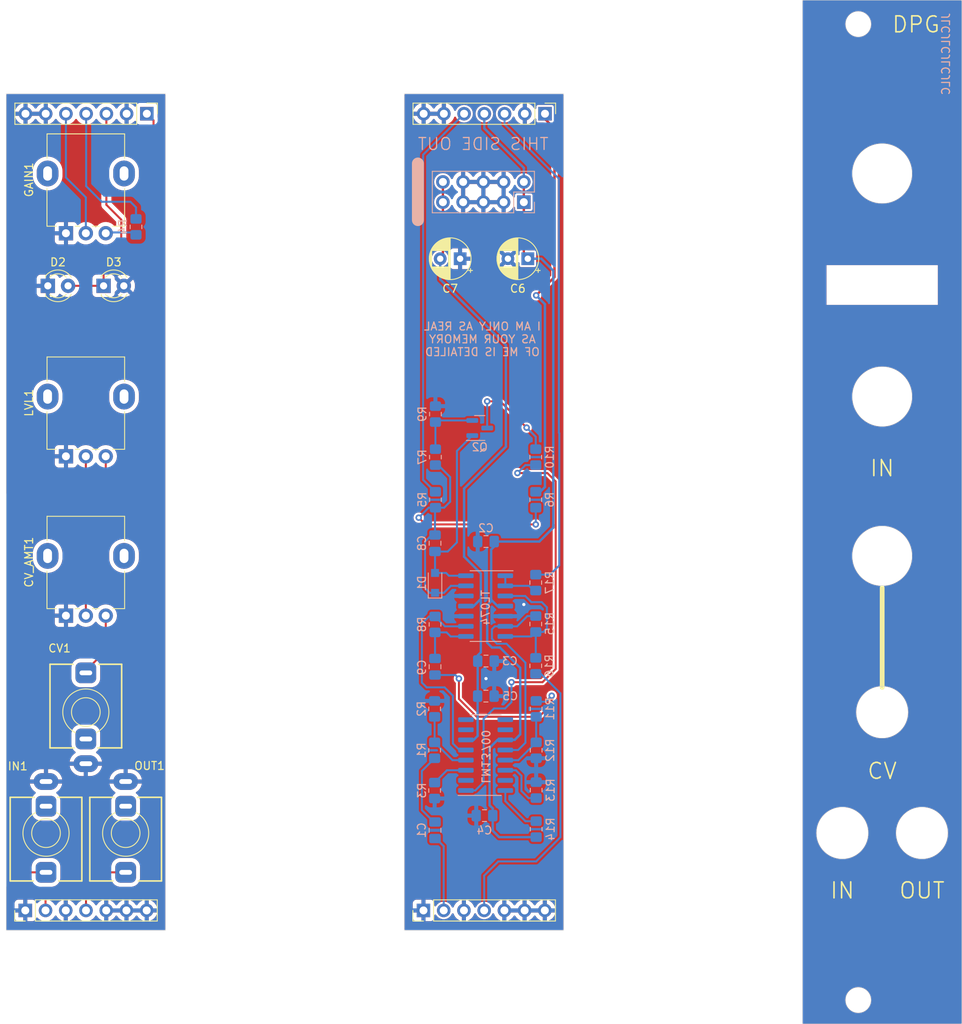
<source format=kicad_pcb>
(kicad_pcb (version 20221018) (generator pcbnew)
  (layers (0 "F.Cu" signal) (31 "B.Cu" signal) (34 "B.Paste" user) (35 "F.Paste" user) (36 "B.SilkS" user "B.Silkscreen") (37 "F.SilkS" user "F.Silkscreen") (38 "B.Mask" user) (39 "F.Mask" user) (44 "Edge.Cuts" user))
  (net 0 "")
  (net 1 "Net-(C1-Pad1)")
  (net 2 "GND")
  (net 3 "-12V")
  (net 4 "Net-(D1-A)")
  (net 5 "Net-(D1-K)")
  (net 6 "Net-(C9-Pad2)")
  (net 7 "Net-(C9-Pad1)")
  (net 8 "Net-(Q2-E)")
  (net 9 "Net-(Q2-C)")
  (net 10 "Net-(U1C--)")
  (net 11 "Net-(U1C-+)")
  (net 12 "GAIN")
  (net 13 "Net-(U2C--)")
  (net 14 "Net-(U1A--)")
  (net 15 "Net-(R14-Pad2)")
  (net 16 "Net-(U1A-+)")
  (net 17 "Net-(U2B--)")
  (net 18 "Net-(U2A-+)")
  (net 19 "Net-(U2A--)")
  (net 20 "Net-(CV1-PadT)")
  (net 21 "Net-(IN1-PadT)")
  (net 22 "B_IN")
  (net 23 "P_GND")
  (net 24 "P_CV")
  (net 25 "P_LED")
  (net 26 "P_GAIN")
  (net 27 "P_12V")
  (net 28 "P_OUT")
  (net 29 "P_IN")
  (net 30 "B_LED")
  (net 31 "B_OUT")
  (net 32 "B_CV")
  (net 33 "B_GAIN")
  (net 34 "B_12V")
  (net 36 "Net-(GAIN1-Pad3)")
  (footprint "Capacitor_THT:CP_Radial_D5.0mm_P2.50mm" (layer "F.Cu") (at 115.5 70.7 180)
    (fp_text reference "C6")
    (fp_text value "10u")
  )
  (footprint "Capacitor_THT:CP_Radial_D5.0mm_P2.50mm" (layer "F.Cu") (at 107 70.7 180)
    (fp_text reference "C7")
    (fp_text value "10u")
  )
  (footprint "Potentiometer_THT:Potentiometer_Alpha_RD901F-40-00D_Single_Vertical" (layer "F.Cu") (at 57.5 115.5 90)
    (fp_text reference "CV_AMT1")
    (fp_text value "B100k")
  )
  (footprint "LED_THT:LED_D3.0mm" (layer "F.Cu") (at 55.23 74.1)
    (fp_text reference "D2")
    (fp_text value "LED")
  )
  (footprint "LED_THT:LED_D3.0mm" (layer "F.Cu") (at 62.23 74.1)
    (fp_text reference "D3")
    (fp_text value "LED")
  )
  (footprint "Potentiometer_THT:Potentiometer_Alpha_RD901F-40-00D_Single_Vertical" (layer "F.Cu") (at 57.5 67.5 90)
    (fp_text reference "GAIN1")
    (fp_text value "B100k")
  )
  (footprint "Thonk Jacks:Jack_3.5mm_QingPu_WQP-PJ366ST_Vertical" (layer "F.Cu") (at 55 142.8 180)
    (fp_text reference "IN1")
    (fp_text value "IN")
  )
  (footprint "Thonk Jacks:Jack_3.5mm_QingPu_WQP-PJ366ST_Vertical" (layer "F.Cu") (at 60 127.6)
    (fp_text reference "CV1")
    (fp_text value "CV")
  )
  (footprint "Thonk Jacks:Jack_3.5mm_QingPu_WQP-PJ366ST_Vertical" (layer "F.Cu") (at 65 142.8 180)
    (fp_text reference "OUT1")
    (fp_text value "OUT")
  )
  (footprint "Potentiometer_THT:Potentiometer_Alpha_RD901F-40-00D_Single_Vertical" (layer "F.Cu") (at 57.5 95.5 90)
    (fp_text reference "LVL1")
    (fp_text value "A100k")
  )
  (footprint "Connector_PinHeader_2.54mm:PinHeader_1x07_P2.54mm_Vertical" (layer "F.Cu") (at 117.66 52.5 -90)
    (fp_text reference "J2")
    (fp_text value "Conn_01x07_Female")
  )
  (footprint "Connector_PinHeader_2.54mm:PinHeader_1x07_P2.54mm_Vertical" (layer "F.Cu") (at 52.4 152.5 90)
    (fp_text reference "J3")
    (fp_text value "Conn_01x07_Male")
  )
  (footprint "Connector_PinHeader_2.54mm:PinHeader_1x07_P2.54mm_Vertical" (layer "F.Cu") (at 102.4 152.5 90)
    (fp_text reference "J5")
    (fp_text value "Conn_01x07_Female")
  )
  (footprint "Connector_PinHeader_2.54mm:PinHeader_1x07_P2.54mm_Vertical" (layer "F.Cu") (at 67.66 52.5 -90)
    (fp_text reference "J1")
    (fp_text value "Conn_01x07_Male")
  )
  (footprint "Capacitor_SMD:C_0805_2012Metric_Pad1.18x1.45mm_HandSolder" (layer "B.Cu") (at 103.85 142.4375 -90)
    (fp_text reference "C1")
    (fp_text value "220n")
  )
  (footprint "Capacitor_SMD:C_0805_2012Metric_Pad1.18x1.45mm_HandSolder" (layer "B.Cu") (at 110.25 106.2 180)
    (fp_text reference "C2")
    (fp_text value "100n")
  )
  (footprint "Capacitor_SMD:C_0805_2012Metric_Pad1.18x1.45mm_HandSolder" (layer "B.Cu") (at 110.25 121.2 180)
    (fp_text reference "C3")
    (fp_text value "100n")
  )
  (footprint "Capacitor_SMD:C_0805_2012Metric_Pad1.18x1.45mm_HandSolder" (layer "B.Cu") (at 110.0625 140.6 180)
    (fp_text reference "C4")
    (fp_text value "100n")
  )
  (footprint "Capacitor_SMD:C_0805_2012Metric_Pad1.18x1.45mm_HandSolder" (layer "B.Cu") (at 110.2375 125.6 180)
    (fp_text reference "C5")
    (fp_text value "100n")
  )
  (footprint "Capacitor_SMD:C_0805_2012Metric_Pad1.18x1.45mm_HandSolder" (layer "B.Cu") (at 103.85 106.4125 90)
    (fp_text reference "C8")
    (fp_text value "1n")
  )
  (footprint "Capacitor_SMD:C_0805_2012Metric_Pad1.18x1.45mm_HandSolder" (layer "B.Cu") (at 103.85 121.9125 90)
    (fp_text reference "C9")
    (fp_text value "220n")
  )
  (footprint "Diode_SMD:D_SOD-323_HandSoldering" (layer "B.Cu") (at 103.85 111.3875 90)
    (fp_text reference "D1")
    (fp_text value "D")
  )
  (footprint "Resistor_SMD:R_0805_2012Metric_Pad1.20x1.40mm_HandSolder" (layer "B.Cu") (at 103.8 132.4 -90)
    (fp_text reference "R1")
    (fp_text value "100k")
  )
  (footprint "Resistor_SMD:R_0805_2012Metric_Pad1.20x1.40mm_HandSolder" (layer "B.Cu") (at 103.8 127.2 -90)
    (fp_text reference "R2")
    (fp_text value "1k")
  )
  (footprint "Resistor_SMD:R_0805_2012Metric_Pad1.20x1.40mm_HandSolder" (layer "B.Cu") (at 103.8 137.45 90)
    (fp_text reference "R3")
    (fp_text value "1k")
  )
  (footprint "Resistor_SMD:R_0805_2012Metric_Pad1.20x1.40mm_HandSolder" (layer "B.Cu") (at 66.3 66.7 -90)
    (fp_text reference "R4")
    (fp_text value "120k")
  )
  (footprint "Resistor_SMD:R_0805_2012Metric_Pad1.20x1.40mm_HandSolder" (layer "B.Cu") (at 103.9 100.95 90)
    (fp_text reference "R5")
    (fp_text value "300k")
  )
  (footprint "Resistor_SMD:R_0805_2012Metric_Pad1.20x1.40mm_HandSolder" (layer "B.Cu") (at 116.5 100.95 90)
    (fp_text reference "R6")
    (fp_text value "300k")
  )
  (footprint "Resistor_SMD:R_0805_2012Metric_Pad1.20x1.40mm_HandSolder" (layer "B.Cu") (at 103.9 95.6 -90)
    (fp_text reference "R7")
    (fp_text value "33k")
  )
  (footprint "Resistor_SMD:R_0805_2012Metric_Pad1.20x1.40mm_HandSolder" (layer "B.Cu") (at 103.85 116.6 -90)
    (fp_text reference "R8")
    (fp_text value "15k")
  )
  (footprint "Resistor_SMD:R_0805_2012Metric_Pad1.20x1.40mm_HandSolder" (layer "B.Cu") (at 103.9 90.2 -90)
    (fp_text reference "R9")
    (fp_text value "1k")
  )
  (footprint "Resistor_SMD:R_0805_2012Metric_Pad1.20x1.40mm_HandSolder" (layer "B.Cu") (at 116.5 95.6 90)
    (fp_text reference "R10")
    (fp_text value "6k8")
  )
  (footprint "Resistor_SMD:R_0805_2012Metric_Pad1.20x1.40mm_HandSolder" (layer "B.Cu") (at 116.55 127.2 90)
    (fp_text reference "R11")
    (fp_text value "470k")
  )
  (footprint "Resistor_SMD:R_0805_2012Metric_Pad1.20x1.40mm_HandSolder" (layer "B.Cu") (at 116.55 132.4 90)
    (fp_text reference "R12")
    (fp_text value "47k")
  )
  (footprint "Resistor_SMD:R_0805_2012Metric_Pad1.20x1.40mm_HandSolder" (layer "B.Cu") (at 116.55 137.4 -90)
    (fp_text reference "R13")
    (fp_text value "47k")
  )
  (footprint "Resistor_SMD:R_0805_2012Metric_Pad1.20x1.40mm_HandSolder" (layer "B.Cu") (at 116.55 142.3 90)
    (fp_text reference "R14")
    (fp_text value "470k")
  )
  (footprint "Resistor_SMD:R_0805_2012Metric_Pad1.20x1.40mm_HandSolder" (layer "B.Cu") (at 116.5 116.55 -90)
    (fp_text reference "R15")
    (fp_text value "100k")
  )
  (footprint "Resistor_SMD:R_0805_2012Metric_Pad1.20x1.40mm_HandSolder" (layer "B.Cu") (at 116.5 121.8 90)
    (fp_text reference "R16")
    (fp_text value "1k")
  )
  (footprint "Resistor_SMD:R_0805_2012Metric_Pad1.20x1.40mm_HandSolder" (layer "B.Cu") (at 116.5 111.35 90)
    (fp_text reference "R17")
    (fp_text value "2k")
  )
  (footprint "Package_SO:SOIC-16_3.9x9.9mm_P1.27mm" (layer "B.Cu") (at 110.2 133)
    (fp_text reference "U1")
    (fp_text value "LM13700")
  )
  (footprint "Package_SO:SOIC-14_3.9x8.7mm_P1.27mm" (layer "B.Cu") (at 110.2 114.3 180)
    (fp_text reference "U2")
    (fp_text value "TL074")
  )
  (footprint "Connector_PinHeader_2.54mm:PinHeader_2x05_P2.54mm_Vertical" (layer "B.Cu") (at 115 63.6 90)
    (fp_text reference "J4")
    (fp_text value "Conn_02x05_Odd_Even")
  )
  (footprint "Package_TO_SOT_SMD:SOT-23" (layer "B.Cu") (at 109.4625 91.95)
    (fp_text reference "Q2")
    (fp_text value "MMBT3906")
  )
  (gr_line (start 101.7 58.75) (end 101.7 65.85) (stroke (width 1.5)) (layer "B.SilkS"))
  (gr_line (start 160 124.5) (end 160 112) (stroke (width 0.6)) (layer "F.SilkS"))
  (gr_line (start 50 155) (end 50 50) (stroke (width 0.05)) (layer "Edge.Cuts"))
  (gr_line (start 120 155) (end 100 155) (stroke (width 0.05)) (layer "Edge.Cuts"))
  (gr_line (start 100 155) (end 100 50) (stroke (width 0.05)) (layer "Edge.Cuts"))
  (gr_line (start 120 50) (end 120 155) (stroke (width 0.05)) (layer "Edge.Cuts"))
  (gr_line (start 100 50) (end 120 50) (stroke (width 0.05)) (layer "Edge.Cuts"))
  (gr_circle (center 160 88) (end 163.75 88) (stroke (width 0.05)) (fill none) (layer "Edge.Cuts"))
  (gr_line (start 170 166.75) (end 150 166.75) (stroke (width 0.05)) (layer "Edge.Cuts"))
  (gr_circle (center 157 41.25) (end 158.6 41.25) (stroke (width 0.05)) (fill none) (layer "Edge.Cuts"))
  (gr_line (start 150 38.25) (end 170 38.25) (stroke (width 0.05)) (layer "Edge.Cuts"))
  (gr_line (start 70 155) (end 50 155) (stroke (width 0.05)) (layer "Edge.Cuts"))
  (gr_circle (center 160 127.62) (end 163.25 127.62) (stroke (width 0.05)) (fill none) (layer "Edge.Cuts"))
  (gr_line (start 70 50) (end 70 155) (stroke (width 0.05)) (layer "Edge.Cuts"))
  (gr_line (start 170 38.25) (end 170 166.75) (stroke (width 0.05)) (layer "Edge.Cuts"))
  (gr_circle (center 160 108) (end 163.75 108) (stroke (width 0.05)) (fill none) (layer "Edge.Cuts"))
  (gr_circle (center 155 142.78) (end 158.25 142.78) (stroke (width 0.05)) (fill none) (layer "Edge.Cuts"))
  (gr_circle (center 157 163.75) (end 158.6 163.75) (stroke (width 0.05)) (fill none) (layer "Edge.Cuts"))
  (gr_circle (center 165 142.78) (end 168.25 142.78) (stroke (width 0.05)) (fill none) (layer "Edge.Cuts"))
  (gr_line (start 150 166.75) (end 150 38.25) (stroke (width 0.05)) (layer "Edge.Cuts"))
  (gr_line (start 50 50) (end 70 50) (stroke (width 0.05)) (layer "Edge.Cuts"))
  (gr_circle (center 160 60) (end 163.75 60) (stroke (width 0.05)) (fill none) (layer "Edge.Cuts"))
  (gr_text "THIS SIDE OUT" (at 109.9 56.3) (layer "B.SilkS") (effects (font (size 1.5 1.5)) (justify mirror)))
  (gr_text "I AM ONLY AS REAL\nAS YOUR MEMORY\nOF ME IS DETAILED" (at 109.8 80.8) (layer "B.SilkS") (effects (font (size 1 1)) (justify mirror)))
  (gr_text "JLCJLCJLCJLC" (at 168 45 90) (layer "B.SilkS") (effects (font (size 1 1)) (justify mirror)))
  (gr_text "DPG" (at 164.25 41.3) (layer "F.SilkS") (effects (font (size 2 2) (thickness 0.2))))
  (gr_text "IN" (at 155 150) (layer "F.SilkS") (effects (font (size 2 2) (thickness 0.2))))
  (gr_text "CV" (at 160 135) (layer "F.SilkS") (effects (font (size 2 2) (thickness 0.2))))
  (gr_text "OUT" (at 165 150) (layer "F.SilkS") (effects (font (size 2 2) (thickness 0.2))))
  (gr_text "IN" (at 160 97) (layer "F.SilkS") (effects (font (size 2 2) (thickness 0.2))))
  (segment (start 102.2 139.9) (end 102.2 135) (width 0.25) (layer "B.Cu") (net 1))
  (segment (start 102.2 135) (end 103.8 133.4) (width 0.25) (layer "B.Cu") (net 1))
  (segment (start 103.85 141.4) (end 103.7 141.4) (width 0.25) (layer "B.Cu") (net 1))
  (segment (start 103.7 141.4) (end 102.2 139.9) (width 0.25) (layer "B.Cu") (net 1))
  (via (at 115 114.1) (size 0.8) (drill 0.4) (layers "F.Cu" "B.Cu") (net 2))
  (via (at 110.25 123.4) (size 0.8) (drill 0.4) (layers "F.Cu" "B.Cu") (net 2))
  (segment (start 104.84 61.06) (end 104.84 63.6) (width 0.3) (layer "F.Cu") (net 3))
  (segment (start 104.84 70.36) (end 104.5 70.7) (width 0.3) (layer "F.Cu") (net 3))
  (segment (start 104.84 63.6) (end 104.84 70.36) (width 0.3) (layer "F.Cu") (net 3))
  (segment (start 108.7 131.095) (end 107.725 131.095) (width 0.3) (layer "B.Cu") (net 3))
  (segment (start 107.5 99.55) (end 107.5 108.1) (width 0.3) (layer "B.Cu") (net 3))
  (segment (start 109.2125 121.2) (end 109.2125 125.5875) (width 0.3) (layer "B.Cu") (net 3))
  (segment (start 112.75 94.3) (end 107.5 99.55) (width 0.3) (layer "B.Cu") (net 3))
  (segment (start 109.2125 125.5875) (end 109.2 125.6) (width 0.3) (layer "B.Cu") (net 3))
  (segment (start 104.5 70.7) (end 104.5 73.3) (width 0.3) (layer "B.Cu") (net 3))
  (segment (start 112.75 81.55) (end 112.75 94.3) (width 0.3) (layer "B.Cu") (net 3))
  (segment (start 109.2 125.6) (end 109.2 130.595) (width 0.3) (layer "B.Cu") (net 3))
  (segment (start 109.2 130.595) (end 108.7 131.095) (width 0.3) (layer "B.Cu") (net 3))
  (segment (start 109.2125 121.2) (end 109.2125 120.4875) (width 0.3) (layer "B.Cu") (net 3))
  (segment (start 109.6 113.4) (end 108.7 114.3) (width 0.3) (layer "B.Cu") (net 3))
  (segment (start 109.6 110.2) (end 109.6 113.4) (width 0.3) (layer "B.Cu") (net 3))
  (segment (start 109.2125 120.4875) (end 109.6 120.1) (width 0.3) (layer "B.Cu") (net 3))
  (segment (start 107.5 108.1) (end 109.6 110.2) (width 0.3) (layer "B.Cu") (net 3))
  (segment (start 104.5 73.3) (end 112.75 81.55) (width 0.3) (layer "B.Cu") (net 3))
  (segment (start 109.6 120.1) (end 109.6 113.4) (width 0.3) (layer "B.Cu") (net 3))
  (segment (start 108.7 114.3) (end 107.725 114.3) (width 0.3) (layer "B.Cu") (net 3))
  (segment (start 105.2375 110.1375) (end 103.85 110.1375) (width 0.25) (layer "B.Cu") (net 4))
  (segment (start 103.85 110.425) (end 103.85 107.45) (width 0.25) (layer "B.Cu") (net 4))
  (segment (start 106.6 106.3) (end 105.45 107.45) (width 0.25) (layer "B.Cu") (net 4))
  (segment (start 105.59 110.49) (end 105.2375 110.1375) (width 0.25) (layer "B.Cu") (net 4))
  (segment (start 107.725 110.49) (end 105.59 110.49) (width 0.25) (layer "B.Cu") (net 4))
  (segment (start 103.915 110.49) (end 103.85 110.425) (width 0.25) (layer "B.Cu") (net 4))
  (segment (start 108.525 92.9) (end 106.6 94.825) (width 0.25) (layer "B.Cu") (net 4))
  (segment (start 106.6 94.825) (end 106.6 106.3) (width 0.25) (layer "B.Cu") (net 4))
  (segment (start 105.45 107.45) (end 103.85 107.45) (width 0.25) (layer "B.Cu") (net 4))
  (segment (start 102.65 104.05) (end 101.8 103.2) (width 0.25) (layer "F.Cu") (net 5))
  (segment (start 116.5 104.05) (end 102.65 104.05) (width 0.25) (layer "F.Cu") (net 5))
  (via (at 101.8 103.2) (size 0.8) (drill 0.4) (layers "F.Cu" "B.Cu") (net 5))
  (via (at 116.5 104.05) (size 0.8) (drill 0.4) (layers "F.Cu" "B.Cu") (net 5))
  (segment (start 101.8 103.2) (end 101.8 103.2) (width 0.25) (layer "B.Cu") (net 5))
  (segment (start 116.5 104.05) (end 116.5 104.05) (width 0.25) (layer "B.Cu") (net 5))
  (segment (start 103.9 101.95) (end 103.05 101.95) (width 0.25) (layer "B.Cu") (net 5))
  (segment (start 116.5 101.95) (end 116.5 104.05) (width 0.25) (layer "B.Cu") (net 5))
  (segment (start 102.6 106.2) (end 102.6 112.05) (width 0.25) (layer "B.Cu") (net 5))
  (segment (start 103.85 112.6375) (end 104.9625 112.6375) (width 0.25) (layer "B.Cu") (net 5))
  (segment (start 103.1875 112.6375) (end 103.85 112.6375) (width 0.25) (layer "B.Cu") (net 5))
  (segment (start 103.9 96.6) (end 104.25 96.6) (width 0.25) (layer "B.Cu") (net 5))
  (segment (start 103.05 101.95) (end 101.8 103.2) (width 0.25) (layer "B.Cu") (net 5))
  (segment (start 104.9625 112.6375) (end 105.84 111.76) (width 0.25) (layer "B.Cu") (net 5))
  (segment (start 103.425 105.375) (end 102.6 106.2) (width 0.25) (layer "B.Cu") (net 5))
  (segment (start 105.84 111.76) (end 107.725 111.76) (width 0.25) (layer "B.Cu") (net 5))
  (segment (start 105.75 101.2) (end 105 101.95) (width 0.25) (layer "B.Cu") (net 5))
  (segment (start 105.75 98.1) (end 105.75 101.2) (width 0.25) (layer "B.Cu") (net 5))
  (segment (start 104.25 96.6) (end 105.75 98.1) (width 0.25) (layer "B.Cu") (net 5))
  (segment (start 103.85 102) (end 103.9 101.95) (width 0.25) (layer "B.Cu") (net 5))
  (segment (start 105 101.95) (end 103.9 101.95) (width 0.25) (layer "B.Cu") (net 5))
  (segment (start 103.85 105.375) (end 103.85 102) (width 0.25) (layer "B.Cu") (net 5))
  (segment (start 102.6 112.05) (end 103.1875 112.6375) (width 0.25) (layer "B.Cu") (net 5))
  (segment (start 103.85 105.375) (end 103.425 105.375) (width 0.25) (layer "B.Cu") (net 5))
  (segment (start 105.81 118.11) (end 105.3 117.6) (width 0.25) (layer "B.Cu") (net 6))
  (segment (start 107.725 118.11) (end 105.81 118.11) (width 0.25) (layer "B.Cu") (net 6))
  (segment (start 103.85 117.6) (end 103.85 120.875) (width 0.25) (layer "B.Cu") (net 6))
  (segment (start 105.3 117.6) (end 103.85 117.6) (width 0.25) (layer "B.Cu") (net 6))
  (segment (start 116.9 128.2) (end 109.1 128.2) (width 0.25) (layer "F.Cu") (net 7))
  (segment (start 109.1 128.2) (end 106.85 125.95) (width 0.25) (layer "F.Cu") (net 7))
  (segment (start 118.5 126.6) (end 116.9 128.2) (width 0.25) (layer "F.Cu") (net 7))
  (segment (start 106.85 125.95) (end 106.85 123.4) (width 0.25) (layer "F.Cu") (net 7))
  (segment (start 118.5 125.55) (end 118.5 126.6) (width 0.25) (layer "F.Cu") (net 7))
  (via (at 106.85 123.4) (size 0.8) (drill 0.4) (layers "F.Cu" "B.Cu") (net 7))
  (via (at 118.5 125.55) (size 0.8) (drill 0.4) (layers "F.Cu" "B.Cu") (net 7))
  (segment (start 106.85 123.4) (end 106.85 123.4) (width 0.25) (layer "B.Cu") (net 7))
  (segment (start 103.85 122.95) (end 106.4 122.95) (width 0.25) (layer "B.Cu") (net 7))
  (segment (start 106.4 122.95) (end 106.85 123.4) (width 0.25) (layer "B.Cu") (net 7))
  (segment (start 118.5 125.55) (end 117.75 126.3) (width 0.25) (layer "B.Cu") (net 7))
  (segment (start 117.75 126.3) (end 116.65 126.3) (width 0.25) (layer "B.Cu") (net 7))
  (segment (start 116.65 126.3) (end 116.55 126.2) (width 0.25) (layer "B.Cu") (net 7))
  (segment (start 104.1 91) (end 103.9 91.2) (width 0.25) (layer "B.Cu") (net 8))
  (segment (start 108.525 91) (end 104.1 91) (width 0.25) (layer "B.Cu") (net 8))
  (segment (start 103.9 94.6) (end 103.9 91.2) (width 0.25) (layer "B.Cu") (net 8))
  (segment (start 112.05 88.6) (end 115.35 91.9) (width 0.25) (layer "F.Cu") (net 9))
  (segment (start 110.4 88.6) (end 112.05 88.6) (width 0.25) (layer "F.Cu") (net 9))
  (via (at 110.4 88.6) (size 0.8) (drill 0.4) (layers "F.Cu" "B.Cu") (net 9))
  (via (at 115.35 91.9) (size 0.8) (drill 0.4) (layers "F.Cu" "B.Cu") (net 9))
  (segment (start 116.5 94.45) (end 116.35 94.3) (width 0.25) (layer "B.Cu") (net 9))
  (segment (start 116.5 94.6) (end 116.5 93.05) (width 0.25) (layer "B.Cu") (net 9))
  (segment (start 116.5 94.6) (end 116.5 94.45) (width 0.25) (layer "B.Cu") (net 9))
  (segment (start 110.4 88.6) (end 110.4 91.95) (width 0.25) (layer "B.Cu") (net 9))
  (segment (start 116.5 93.05) (end 115.35 91.9) (width 0.25) (layer "B.Cu") (net 9))
  (segment (start 115.35 91.9) (end 115.4 91.95) (width 0.25) (layer "B.Cu") (net 9))
  (segment (start 103.8 131.4) (end 103.8 128.2) (width 0.25) (layer "B.Cu") (net 10))
  (segment (start 106.035 133.635) (end 103.8 131.4) (width 0.25) (layer "B.Cu") (net 10))
  (segment (start 107.725 133.635) (end 106.035 133.635) (width 0.25) (layer "B.Cu") (net 10))
  (segment (start 107.725 134.905) (end 105.345 134.905) (width 0.25) (layer "B.Cu") (net 11))
  (segment (start 105.345 134.905) (end 103.8 136.45) (width 0.25) (layer "B.Cu") (net 11))
  (segment (start 119 122.2) (end 117.35 123.85) (width 0.25) (layer "F.Cu") (net 12))
  (segment (start 119 98.65) (end 119 122.2) (width 0.25) (layer "F.Cu") (net 12))
  (segment (start 114.2 97.6) (end 117.95 97.6) (width 0.25) (layer "F.Cu") (net 12))
  (segment (start 117.35 123.85) (end 113.45 123.85) (width 0.25) (layer "F.Cu") (net 12))
  (segment (start 117.95 97.6) (end 119 98.65) (width 0.25) (layer "F.Cu") (net 12))
  (via (at 113.45 123.85) (size 0.8) (drill 0.4) (layers "F.Cu" "B.Cu") (net 12))
  (via (at 114.2 97.6) (size 0.8) (drill 0.4) (layers "F.Cu" "B.Cu") (net 12))
  (segment (start 113.45 123.85) (end 113.45 123.85) (width 0.25) (layer "B.Cu") (net 12))
  (segment (start 114.2 97.6) (end 114.2 97.6) (width 0.25) (layer "B.Cu") (net 12))
  (segment (start 116.5 96.6) (end 115.2 96.6) (width 0.25) (layer "B.Cu") (net 12))
  (segment (start 107.725 137.445) (end 108.905 137.445) (width 0.25) (layer "B.Cu") (net 12))
  (segment (start 111.25 127.15) (end 112.65 127.15) (width 0.25) (layer "B.Cu") (net 12))
  (segment (start 108.905 137.445) (end 109.95 136.4) (width 0.25) (layer "B.Cu") (net 12))
  (segment (start 113.45 126.35) (end 113.45 123.85) (width 0.25) (layer "B.Cu") (net 12))
  (segment (start 115.2 96.6) (end 114.2 97.6) (width 0.25) (layer "B.Cu") (net 12))
  (segment (start 112.65 127.15) (end 113.45 126.35) (width 0.25) (layer "B.Cu") (net 12))
  (segment (start 109.95 136.4) (end 109.95 128.45) (width 0.25) (layer "B.Cu") (net 12))
  (segment (start 109.95 128.45) (end 111.25 127.15) (width 0.25) (layer "B.Cu") (net 12))
  (segment (start 105.09 116.84) (end 103.85 115.6) (width 0.25) (layer "B.Cu") (net 13))
  (segment (start 107.725 116.84) (end 105.09 116.84) (width 0.25) (layer "B.Cu") (net 13))
  (segment (start 102.2 123.9) (end 102.2 116.5) (width 0.25) (layer "B.Cu") (net 13))
  (segment (start 106.1 125.55) (end 105.05 124.5) (width 0.25) (layer "B.Cu") (net 13))
  (segment (start 105.05 124.5) (end 102.8 124.5) (width 0.25) (layer "B.Cu") (net 13))
  (segment (start 106.915 132.365) (end 106.1 131.55) (width 0.25) (layer "B.Cu") (net 13))
  (segment (start 103.1 115.6) (end 103.85 115.6) (width 0.25) (layer "B.Cu") (net 13))
  (segment (start 107.725 132.365) (end 106.915 132.365) (width 0.25) (layer "B.Cu") (net 13))
  (segment (start 102.8 124.5) (end 102.2 123.9) (width 0.25) (layer "B.Cu") (net 13))
  (segment (start 106.1 131.55) (end 106.1 125.55) (width 0.25) (layer "B.Cu") (net 13))
  (segment (start 102.2 116.5) (end 103.1 115.6) (width 0.25) (layer "B.Cu") (net 13))
  (segment (start 114.315 133.635) (end 116.55 131.4) (width 0.25) (layer "B.Cu") (net 14))
  (segment (start 116.55 128.2) (end 116.55 131.4) (width 0.25) (layer "B.Cu") (net 14))
  (segment (start 112.675 133.635) (end 114.315 133.635) (width 0.25) (layer "B.Cu") (net 14))
  (segment (start 115.2 141.3) (end 112.675 138.775) (width 0.25) (layer "B.Cu") (net 15))
  (segment (start 112.675 138.775) (end 112.675 137.445) (width 0.25) (layer "B.Cu") (net 15))
  (segment (start 116.55 141.3) (end 115.2 141.3) (width 0.25) (layer "B.Cu") (net 15))
  (segment (start 116.55 138.4) (end 115.6 138.4) (width 0.25) (layer "B.Cu") (net 16))
  (segment (start 114.7 135.6) (end 114.005 134.905) (width 0.25) (layer "B.Cu") (net 16))
  (segment (start 114.005 134.905) (end 112.675 134.905) (width 0.25) (layer "B.Cu") (net 16))
  (segment (start 115.6 138.4) (end 114.7 137.5) (width 0.25) (layer "B.Cu") (net 16))
  (segment (start 114.7 137.5) (end 114.7 135.6) (width 0.25) (layer "B.Cu") (net 16))
  (segment (start 111.36 116.84) (end 112.675 116.84) (width 0.25) (layer "B.Cu") (net 17))
  (segment (start 112.675 116.84) (end 114.16 116.84) (width 0.25) (layer "B.Cu") (net 17))
  (segment (start 115.2 121.4) (end 112.82499 119.02499) (width 0.25) (layer "B.Cu") (net 17))
  (segment (start 112.82499 119.02499) (end 111.62499 119.02499) (width 0.25) (layer "B.Cu") (net 17))
  (segment (start 114.285 132.365) (end 115.2 131.45) (width 0.25) (layer "B.Cu") (net 17))
  (segment (start 111 117.2) (end 111.36 116.84) (width 0.25) (layer "B.Cu") (net 17))
  (segment (start 116.5 115.55) (end 116.5 115.5) (width 0.25) (layer "B.Cu") (net 17))
  (segment (start 115.45 115.55) (end 116.5 115.55) (width 0.25) (layer "B.Cu") (net 17))
  (segment (start 115.2 131.45) (end 115.2 121.4) (width 0.25) (layer "B.Cu") (net 17))
  (segment (start 112.675 132.365) (end 114.285 132.365) (width 0.25) (layer "B.Cu") (net 17))
  (segment (start 114.16 116.84) (end 115.45 115.55) (width 0.25) (layer "B.Cu") (net 17))
  (segment (start 111 118.4) (end 111 117.2) (width 0.25) (layer "B.Cu") (net 17))
  (segment (start 111.62499 119.02499) (end 111 118.4) (width 0.25) (layer "B.Cu") (net 17))
  (segment (start 112.675 132.365) (end 113.535 132.365) (width 0.25) (layer "B.Cu") (net 17))
  (segment (start 116.5 120.8) (end 116.5 117.55) (width 0.25) (layer "B.Cu") (net 18))
  (segment (start 115.94 118.11) (end 116.5 117.55) (width 0.25) (layer "B.Cu") (net 18))
  (segment (start 117.9 114.45) (end 117.25 113.8) (width 0.25) (layer "B.Cu") (net 18))
  (segment (start 116.5 117.55) (end 117.45 117.55) (width 0.25) (layer "B.Cu") (net 18))
  (segment (start 117.9 117.1) (end 117.9 114.45) (width 0.25) (layer "B.Cu") (net 18))
  (segment (start 117.25 113.8) (end 115.95 113.8) (width 0.25) (layer "B.Cu") (net 18))
  (segment (start 117.45 117.55) (end 117.9 117.1) (width 0.25) (layer "B.Cu") (net 18))
  (segment (start 115.18 113.03) (end 112.675 113.03) (width 0.25) (layer "B.Cu") (net 18))
  (segment (start 115.95 113.8) (end 115.18 113.03) (width 0.25) (layer "B.Cu") (net 18))
  (segment (start 112.675 118.11) (end 115.94 118.11) (width 0.25) (layer "B.Cu") (net 18))
  (segment (start 112.675 110.49) (end 112.675 111.76) (width 0.25) (layer "B.Cu") (net 19))
  (segment (start 115.66 111.76) (end 112.675 111.76) (width 0.25) (layer "B.Cu") (net 19))
  (segment (start 116.25 112.35) (end 115.66 111.76) (width 0.25) (layer "B.Cu") (net 19))
  (segment (start 116.5 112.35) (end 116.25 112.35) (width 0.25) (layer "B.Cu") (net 19))
  (segment (start 60 122.68) (end 60 122.4) (width 0.25) (layer "F.Cu") (net 20))
  (segment (start 60 122.4) (end 62.5 119.9) (width 0.25) (layer "F.Cu") (net 20))
  (segment (start 62.5 119.9) (end 62.5 115.5) (width 0.25) (layer "F.Cu") (net 20))
  (segment (start 52.57 147.72) (end 55 147.72) (width 0.25) (layer "F.Cu") (net 21))
  (segment (start 62.5 95.5) (end 62.5 97.4) (width 0.25) (layer "F.Cu") (net 21))
  (segment (start 51.45 100.95) (end 51.45 146.6) (width 0.25) (layer "F.Cu") (net 21))
  (segment (start 53.4 99) (end 51.45 100.95) (width 0.25) (layer "F.Cu") (net 21))
  (segment (start 51.45 146.6) (end 52.57 147.72) (width 0.25) (layer "F.Cu") (net 21))
  (segment (start 60.9 99) (end 53.4 99) (width 0.25) (layer "F.Cu") (net 21))
  (segment (start 62.5 97.4) (end 60.9 99) (width 0.25) (layer "F.Cu") (net 21))
  (segment (start 103.85 143.475) (end 103.975 143.475) (width 0.25) (layer "B.Cu") (net 22))
  (segment (start 103.975 143.475) (end 104.94 144.44) (width 0.25) (layer "B.Cu") (net 22))
  (segment (start 104.94 144.44) (end 104.94 152.5) (width 0.25) (layer "B.Cu") (net 22))
  (segment (start 68.5 53.34) (end 67.66 52.5) (width 0.25) (layer "F.Cu") (net 24))
  (segment (start 68.5 93.95) (end 68.5 53.34) (width 0.25) (layer "F.Cu") (net 24))
  (segment (start 60 115.5) (end 60 102.45) (width 0.25) (layer "F.Cu") (net 24))
  (segment (start 60 102.45) (end 68.5 93.95) (width 0.25) (layer "F.Cu") (net 24))
  (segment (start 64.45 70) (end 62.23 72.22) (width 0.25) (layer "F.Cu") (net 25))
  (segment (start 62.23 72.22) (end 62.23 74.1) (width 0.25) (layer "F.Cu") (net 25))
  (segment (start 62.58 52.5) (end 62.58 63.93) (width 0.25) (layer "F.Cu") (net 25))
  (segment (start 57.77 74.1) (end 62.23 74.1) (width 0.25) (layer "F.Cu") (net 25))
  (segment (start 62.58 63.93) (end 64.45 65.8) (width 0.25) (layer "F.Cu") (net 25))
  (segment (start 64.45 65.8) (end 64.45 70) (width 0.25) (layer "F.Cu") (net 25))
  (segment (start 60 63) (end 57.5 60.5) (width 0.25) (layer "B.Cu") (net 26))
  (segment (start 57.5 52.5) (end 57.5 58.6) (width 0.25) (layer "B.Cu") (net 26))
  (segment (start 60 67.5) (end 60 63) (width 0.25) (layer "B.Cu") (net 26))
  (segment (start 57.5 60.5) (end 57.5 58.6) (width 0.25) (layer "B.Cu") (net 26))
  (segment (start 62 63.55) (end 65.6 63.55) (width 0.25) (layer "B.Cu") (net 27))
  (segment (start 60.04 52.5) (end 60.04 61.59) (width 0.25) (layer "B.Cu") (net 27))
  (segment (start 66.3 64.25) (end 66.3 65.7) (width 0.25) (layer "B.Cu") (net 27))
  (segment (start 60.04 61.59) (end 62 63.55) (width 0.25) (layer "B.Cu") (net 27))
  (segment (start 65.6 63.55) (end 66.3 64.25) (width 0.25) (layer "B.Cu") (net 27))
  (segment (start 60.02 149.48) (end 60.02 152.5) (width 0.25) (layer "F.Cu") (net 28))
  (segment (start 61.78 147.72) (end 60.02 149.48) (width 0.25) (layer "F.Cu") (net 28))
  (segment (start 65 147.72) (end 61.78 147.72) (width 0.25) (layer "F.Cu") (net 28))
  (segment (start 60 97.2) (end 60 95.5) (width 0.25) (layer "F.Cu") (net 29))
  (segment (start 50.8 149.15) (end 50.8 100.55) (width 0.25) (layer "F.Cu") (net 29))
  (segment (start 54.94 151.19) (end 53.95 150.2) (width 0.25) (layer "F.Cu") (net 29))
  (segment (start 53.95 150.2) (end 51.85 150.2) (width 0.25) (layer "F.Cu") (net 29))
  (segment (start 51.85 150.2) (end 50.8 149.15) (width 0.25) (layer "F.Cu") (net 29))
  (segment (start 53.15 98.2) (end 59 98.2) (width 0.25) (layer "F.Cu") (net 29))
  (segment (start 54.94 152.5) (end 54.94 151.19) (width 0.25) (layer "F.Cu") (net 29))
  (segment (start 50.8 100.55) (end 53.15 98.2) (width 0.25) (layer "F.Cu") (net 29))
  (segment (start 59 98.2) (end 60 97.2) (width 0.25) (layer "F.Cu") (net 29))
  (segment (start 119.4 60.6) (end 119.4 92.55) (width 0.25) (layer "B.Cu") (net 30))
  (segment (start 119.45 92.6) (end 119.45 109.2) (width 0.25) (layer "B.Cu") (net 30))
  (segment (start 118.3 110.35) (end 116.5 110.35) (width 0.25) (layer "B.Cu") (net 30))
  (segment (start 112.75 52.67) (end 112.58 52.5) (width 0.25) (layer "B.Cu") (net 30))
  (segment (start 119.35 60.6) (end 119.4 60.6) (width 0.25) (layer "B.Cu") (net 30))
  (segment (start 119.45 109.2) (end 118.3 110.35) (width 0.25) (layer "B.Cu") (net 30))
  (segment (start 112.58 53.83) (end 119.35 60.6) (width 0.25) (layer "B.Cu") (net 30))
  (segment (start 119.4 92.55) (end 119.45 92.6) (width 0.25) (layer "B.Cu") (net 30))
  (segment (start 112.58 52.5) (end 112.58 53.83) (width 0.25) (layer "B.Cu") (net 30))
  (segment (start 110.02 152.5) (end 110.02 148.13) (width 0.25) (layer "B.Cu") (net 31))
  (segment (start 119.6 143.3) (end 119.6 125.25) (width 0.25) (layer "B.Cu") (net 31))
  (segment (start 119.6 125.25) (end 117.15 122.8) (width 0.25) (layer "B.Cu") (net 31))
  (segment (start 111.8 146.35) (end 116.55 146.35) (width 0.25) (layer "B.Cu") (net 31))
  (segment (start 110.02 148.13) (end 111.8 146.35) (width 0.25) (layer "B.Cu") (net 31))
  (segment (start 116.55 146.35) (end 119.6 143.3) (width 0.25) (layer "B.Cu") (net 31))
  (segment (start 117.15 122.8) (end 116.5 122.8) (width 0.25) (layer "B.Cu") (net 31))
  (segment (start 116.55 75.3) (end 116.55 75.3) (width 0.3) (layer "F.Cu") (net 32))
  (segment (start 118.85 73) (end 116.55 75.3) (width 0.3) (layer "F.Cu") (net 32))
  (segment (start 117.66 52.5) (end 117.66 53.16) (width 0.3) (layer "F.Cu") (net 32))
  (segment (start 117.66 53.16) (end 118.85 54.35) (width 0.3) (layer "F.Cu") (net 32))
  (segment (start 118.85 54.35) (end 118.85 73) (width 0.3) (layer "F.Cu") (net 32))
  (via (at 116.55 75.3) (size 0.8) (drill 0.4) (layers "F.Cu" "B.Cu") (net 32))
  (segment (start 117.65 76.4) (end 116.55 75.3) (width 0.3) (layer "B.Cu") (net 32))
  (segment (start 117.05 99.95) (end 117.65 99.35) (width 0.3) (layer "B.Cu") (net 32))
  (segment (start 116.5 99.95) (end 117.05 99.95) (width 0.3) (layer "B.Cu") (net 32))
  (segment (start 117.65 99.35) (end 117.65 76.4) (width 0.3) (layer "B.Cu") (net 32))
  (segment (start 102.35 98.45) (end 102.35 58.05) (width 0.25) (layer "B.Cu") (net 33))
  (segment (start 102.35 57.65) (end 102.35 58.05) (width 0.25) (layer "B.Cu") (net 33))
  (segment (start 102.35 58.05) (end 102.35 57.85) (width 0.25) (layer "B.Cu") (net 33))
  (segment (start 107.5 52.5) (end 102.35 57.65) (width 0.25) (layer "B.Cu") (net 33))
  (segment (start 103.85 99.95) (end 102.35 98.45) (width 0.25) (layer "B.Cu") (net 33))
  (segment (start 103.9 99.95) (end 103.85 99.95) (width 0.25) (layer "B.Cu") (net 33))
  (segment (start 115 70.2) (end 115.5 70.7) (width 0.3) (layer "F.Cu") (net 34))
  (segment (start 115 63.6) (end 115 70.2) (width 0.3) (layer "F.Cu") (net 34))
  (segment (start 115 61.06) (end 115 63.6) (width 0.3) (layer "F.Cu") (net 34))
  (segment (start 110.9 113.7) (end 110.4 114.2) (width 0.3) (layer "B.Cu") (net 34))
  (segment (start 110.9 107.2) (end 110.9 113.5) (width 0.3) (layer "B.Cu") (net 34))
  (segment (start 110.04 54.34) (end 110.04 52.5) (width 0.3) (layer "B.Cu") (net 34))
  (segment (start 111.2875 106.2) (end 111.2875 106.8125) (width 0.3) (layer "B.Cu") (net 34))
  (segment (start 118.7 104.1) (end 118.7 104.45) (width 0.3) (layer "B.Cu") (net 34))
  (segment (start 111.1 142.5) (end 111.1 140.6) (width 0.3) (layer "B.Cu") (net 34))
  (segment (start 111.1 139.7) (end 110.7 139.3) (width 0.3) (layer "B.Cu") (net 34))
  (segment (start 114.55 122.05) (end 114.55 130.4) (width 0.3) (layer "B.Cu") (net 34))
  (segment (start 115 61.06) (end 115 59.3) (width 0.3) (layer "B.Cu") (net 34))
  (segment (start 114.55 130.4) (end 113.855 131.095) (width 0.3) (layer "B.Cu") (net 34))
  (segment (start 111.7 114.3) (end 112.675 114.3) (width 0.3) (layer "B.Cu") (net 34))
  (segment (start 115 59.3) (end 110.04 54.34) (width 0.3) (layer "B.Cu") (net 34))
  (segment (start 116.55 143.3) (end 111.9 143.3) (width 0.3) (layer "B.Cu") (net 34))
  (segment (start 110.4 114.2) (end 110.4 118.9) (width 0.3) (layer "B.Cu") (net 34))
  (segment (start 111.2875 106.8125) (end 110.9 107.2) (width 0.3) (layer "B.Cu") (net 34))
  (segment (start 116.95 106.2) (end 111.2875 106.2) (width 0.3) (layer "B.Cu") (net 34))
  (segment (start 117.2 70.7) (end 115.5 70.7) (width 0.3) (layer "B.Cu") (net 34))
  (segment (start 118.7 104.3) (end 118.7 104.1) (width 0.3) (layer "B.Cu") (net 34))
  (segment (start 110.4 118.9) (end 111 119.5) (width 0.3) (layer "B.Cu") (net 34))
  (segment (start 111 119.5) (end 112 119.5) (width 0.3) (layer "B.Cu") (net 34))
  (segment (start 111.7 131.095) (end 112.675 131.095) (width 0.3) (layer "B.Cu") (net 34))
  (segment (start 110.9 113.5) (end 111.7 114.3) (width 0.3) (layer "B.Cu") (net 34))
  (segment (start 112 119.5) (end 114.55 122.05) (width 0.3) (layer "B.Cu") (net 34))
  (segment (start 111.1 140.6) (end 111.1 139.7) (width 0.3) (layer "B.Cu") (net 34))
  (segment (start 110.7 139.3) (end 110.7 132.095) (width 0.3) (layer "B.Cu") (net 34))
  (segment (start 118.7 104.1) (end 118.7 72.2) (width 0.3) (layer "B.Cu") (net 34))
  (segment (start 110.7 132.095) (end 111.7 131.095) (width 0.3) (layer "B.Cu") (net 34))
  (segment (start 118.4 71.9) (end 118.7 72.2) (width 0.3) (layer "B.Cu") (net 34))
  (segment (start 113.855 131.095) (end 112.675 131.095) (width 0.3) (layer "B.Cu") (net 34))
  (segment (start 111.9 143.3) (end 111.1 142.5) (width 0.3) (layer "B.Cu") (net 34))
  (segment (start 118.4 71.9) (end 117.2 70.7) (width 0.3) (layer "B.Cu") (net 34))
  (segment (start 118.7 104.45) (end 116.95 106.2) (width 0.3) (layer "B.Cu") (net 34))
  (segment (start 110.9 113.5) (end 110.9 113.7) (width 0.3) (layer "B.Cu") (net 34))
  (segment (start 62.4 67.4) (end 66 67.4) (width 0.25) (layer "B.Cu") (net 36))
  (segment (start 66 67.4) (end 66.3 67.7) (width 0.25) (layer "B.Cu") (net 36))
  (zone (net 0) (net_name "") (layer "F.Cu") (connect_pads (clearance 0.254)) (min_thickness 0.254) (fill yes (thermal_gap 0.508) (thermal_bridge_width 0.508))
    (polygon (pts (xy 170 166.75) (xy 150 166.75) (xy 150 38.25) (xy 170 38.25)))
  )
  (zone (net 2) (net_name "GND") (layer "F.Cu") (connect_pads (clearance 0.254)) (min_thickness 0.254) (fill yes (thermal_gap 0.508) (thermal_bridge_width 0.508))
    (polygon (pts (xy 120 155) (xy 100 155) (xy 100 50) (xy 120 50)))
  )
  (zone (net 23) (net_name "P_GND") (layer "F.Cu") (connect_pads (clearance 0.508)) (min_thickness 0.254) (fill yes (thermal_gap 0.508) (thermal_bridge_width 0.508))
    (polygon (pts (xy 70 155) (xy 50 155) (xy 50 50) (xy 70 50)))
  )
  (zone (net 0) (net_name "") (layers "F&B.Cu") (connect_pads (clearance 0)) (min_thickness 0.254)
    (keepout (tracks not_allowed) (vias not_allowed) (pads allowed) (copperpour not_allowed) (footprints allowed))
    (fill (thermal_gap 0.508) (thermal_bridge_width 0.508))
    (polygon (pts (xy 167 76.5) (xy 153 76.5) (xy 153 71.5) (xy 167 71.5)))
  )
  (zone (net 2) (net_name "GND") (layer "B.Cu") (connect_pads (clearance 0.254)) (min_thickness 0.254) (fill yes (thermal_gap 0.508) (thermal_bridge_width 0.508))
    (polygon (pts (xy 120 155) (xy 100 155) (xy 100 50) (xy 120 50)))
  )
  (zone (net 23) (net_name "P_GND") (layer "B.Cu") (connect_pads (clearance 0.508)) (min_thickness 0.254) (fill yes (thermal_gap 0.508) (thermal_bridge_width 0.508))
    (polygon (pts (xy 70 155) (xy 50 155) (xy 50 50) (xy 70 50)))
  )
  (zone (net 0) (net_name "") (layer "B.Cu") (connect_pads (clearance 0.254)) (min_thickness 0.254) (fill yes (thermal_gap 0.508) (thermal_bridge_width 0.508))
    (polygon (pts (xy 170 166.75) (xy 150 166.75) (xy 150 38.25) (xy 170 38.25)))
  )
)
</source>
